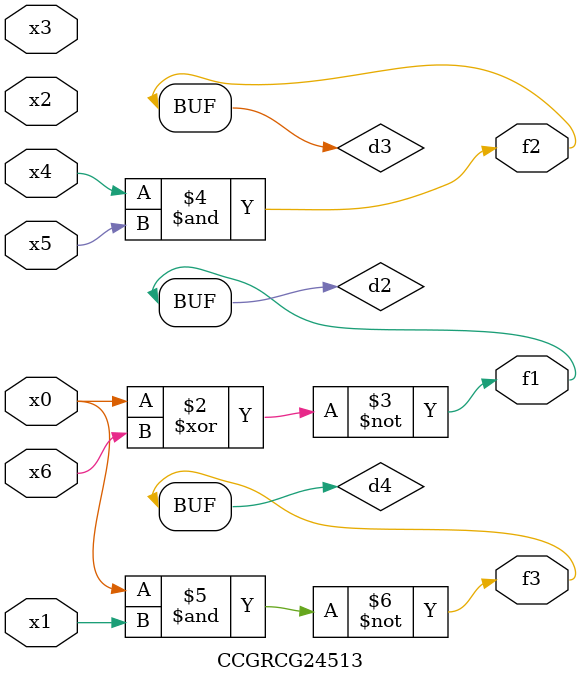
<source format=v>
module CCGRCG24513(
	input x0, x1, x2, x3, x4, x5, x6,
	output f1, f2, f3
);

	wire d1, d2, d3, d4;

	nor (d1, x0);
	xnor (d2, x0, x6);
	and (d3, x4, x5);
	nand (d4, x0, x1);
	assign f1 = d2;
	assign f2 = d3;
	assign f3 = d4;
endmodule

</source>
